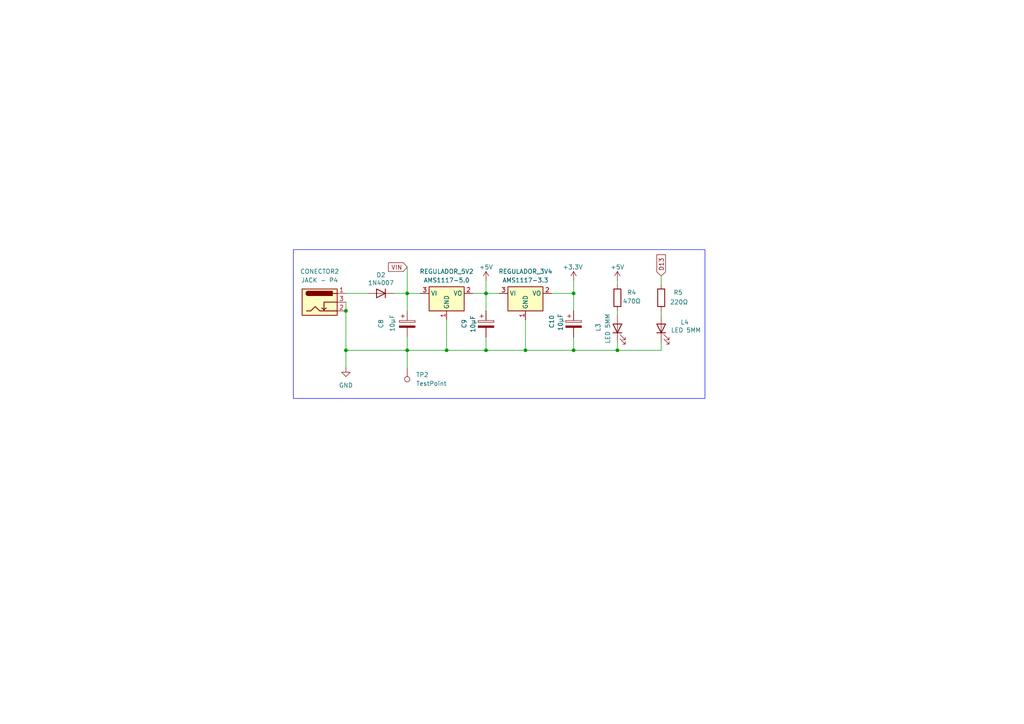
<source format=kicad_sch>
(kicad_sch
	(version 20250114)
	(generator "eeschema")
	(generator_version "9.0")
	(uuid "cd55b5c7-2bfb-4383-ade9-4192316e1986")
	(paper "A4")
	(title_block
		(date "2025-03-03")
	)
	(lib_symbols
		(symbol "Connector:Barrel_Jack_Switch"
			(pin_names
				(hide yes)
			)
			(exclude_from_sim no)
			(in_bom yes)
			(on_board yes)
			(property "Reference" "J"
				(at 0 5.334 0)
				(effects
					(font
						(size 1.27 1.27)
					)
				)
			)
			(property "Value" "Barrel_Jack_Switch"
				(at 0 -5.08 0)
				(effects
					(font
						(size 1.27 1.27)
					)
				)
			)
			(property "Footprint" ""
				(at 1.27 -1.016 0)
				(effects
					(font
						(size 1.27 1.27)
					)
					(hide yes)
				)
			)
			(property "Datasheet" "~"
				(at 1.27 -1.016 0)
				(effects
					(font
						(size 1.27 1.27)
					)
					(hide yes)
				)
			)
			(property "Description" "DC Barrel Jack with an internal switch"
				(at 0 0 0)
				(effects
					(font
						(size 1.27 1.27)
					)
					(hide yes)
				)
			)
			(property "ki_keywords" "DC power barrel jack connector"
				(at 0 0 0)
				(effects
					(font
						(size 1.27 1.27)
					)
					(hide yes)
				)
			)
			(property "ki_fp_filters" "BarrelJack*"
				(at 0 0 0)
				(effects
					(font
						(size 1.27 1.27)
					)
					(hide yes)
				)
			)
			(symbol "Barrel_Jack_Switch_0_1"
				(rectangle
					(start -5.08 3.81)
					(end 5.08 -3.81)
					(stroke
						(width 0.254)
						(type default)
					)
					(fill
						(type background)
					)
				)
				(polyline
					(pts
						(xy -3.81 -2.54) (xy -2.54 -2.54) (xy -1.27 -1.27) (xy 0 -2.54) (xy 2.54 -2.54) (xy 5.08 -2.54)
					)
					(stroke
						(width 0.254)
						(type default)
					)
					(fill
						(type none)
					)
				)
				(arc
					(start -3.302 1.905)
					(mid -3.9343 2.54)
					(end -3.302 3.175)
					(stroke
						(width 0.254)
						(type default)
					)
					(fill
						(type none)
					)
				)
				(arc
					(start -3.302 1.905)
					(mid -3.9343 2.54)
					(end -3.302 3.175)
					(stroke
						(width 0.254)
						(type default)
					)
					(fill
						(type outline)
					)
				)
				(polyline
					(pts
						(xy 1.27 -2.286) (xy 1.905 -1.651)
					)
					(stroke
						(width 0.254)
						(type default)
					)
					(fill
						(type none)
					)
				)
				(rectangle
					(start 3.683 3.175)
					(end -3.302 1.905)
					(stroke
						(width 0.254)
						(type default)
					)
					(fill
						(type outline)
					)
				)
				(polyline
					(pts
						(xy 5.08 2.54) (xy 3.81 2.54)
					)
					(stroke
						(width 0.254)
						(type default)
					)
					(fill
						(type none)
					)
				)
				(polyline
					(pts
						(xy 5.08 0) (xy 1.27 0) (xy 1.27 -2.286) (xy 0.635 -1.651)
					)
					(stroke
						(width 0.254)
						(type default)
					)
					(fill
						(type none)
					)
				)
			)
			(symbol "Barrel_Jack_Switch_1_1"
				(pin passive line
					(at 7.62 2.54 180)
					(length 2.54)
					(name "~"
						(effects
							(font
								(size 1.27 1.27)
							)
						)
					)
					(number "1"
						(effects
							(font
								(size 1.27 1.27)
							)
						)
					)
				)
				(pin passive line
					(at 7.62 0 180)
					(length 2.54)
					(name "~"
						(effects
							(font
								(size 1.27 1.27)
							)
						)
					)
					(number "3"
						(effects
							(font
								(size 1.27 1.27)
							)
						)
					)
				)
				(pin passive line
					(at 7.62 -2.54 180)
					(length 2.54)
					(name "~"
						(effects
							(font
								(size 1.27 1.27)
							)
						)
					)
					(number "2"
						(effects
							(font
								(size 1.27 1.27)
							)
						)
					)
				)
			)
			(embedded_fonts no)
		)
		(symbol "Connector:TestPoint"
			(pin_numbers
				(hide yes)
			)
			(pin_names
				(offset 0.762)
				(hide yes)
			)
			(exclude_from_sim no)
			(in_bom yes)
			(on_board yes)
			(property "Reference" "TP"
				(at 0 6.858 0)
				(effects
					(font
						(size 1.27 1.27)
					)
				)
			)
			(property "Value" "TestPoint"
				(at 0 5.08 0)
				(effects
					(font
						(size 1.27 1.27)
					)
				)
			)
			(property "Footprint" ""
				(at 5.08 0 0)
				(effects
					(font
						(size 1.27 1.27)
					)
					(hide yes)
				)
			)
			(property "Datasheet" "~"
				(at 5.08 0 0)
				(effects
					(font
						(size 1.27 1.27)
					)
					(hide yes)
				)
			)
			(property "Description" "test point"
				(at 0 0 0)
				(effects
					(font
						(size 1.27 1.27)
					)
					(hide yes)
				)
			)
			(property "ki_keywords" "test point tp"
				(at 0 0 0)
				(effects
					(font
						(size 1.27 1.27)
					)
					(hide yes)
				)
			)
			(property "ki_fp_filters" "Pin* Test*"
				(at 0 0 0)
				(effects
					(font
						(size 1.27 1.27)
					)
					(hide yes)
				)
			)
			(symbol "TestPoint_0_1"
				(circle
					(center 0 3.302)
					(radius 0.762)
					(stroke
						(width 0)
						(type default)
					)
					(fill
						(type none)
					)
				)
			)
			(symbol "TestPoint_1_1"
				(pin passive line
					(at 0 0 90)
					(length 2.54)
					(name "1"
						(effects
							(font
								(size 1.27 1.27)
							)
						)
					)
					(number "1"
						(effects
							(font
								(size 1.27 1.27)
							)
						)
					)
				)
			)
			(embedded_fonts no)
		)
		(symbol "Device:C_Polarized"
			(pin_numbers
				(hide yes)
			)
			(pin_names
				(offset 0.254)
			)
			(exclude_from_sim no)
			(in_bom yes)
			(on_board yes)
			(property "Reference" "C"
				(at 0.635 2.54 0)
				(effects
					(font
						(size 1.27 1.27)
					)
					(justify left)
				)
			)
			(property "Value" "C_Polarized"
				(at 0.635 -2.54 0)
				(effects
					(font
						(size 1.27 1.27)
					)
					(justify left)
				)
			)
			(property "Footprint" ""
				(at 0.9652 -3.81 0)
				(effects
					(font
						(size 1.27 1.27)
					)
					(hide yes)
				)
			)
			(property "Datasheet" "~"
				(at 0 0 0)
				(effects
					(font
						(size 1.27 1.27)
					)
					(hide yes)
				)
			)
			(property "Description" "Polarized capacitor"
				(at 0 0 0)
				(effects
					(font
						(size 1.27 1.27)
					)
					(hide yes)
				)
			)
			(property "ki_keywords" "cap capacitor"
				(at 0 0 0)
				(effects
					(font
						(size 1.27 1.27)
					)
					(hide yes)
				)
			)
			(property "ki_fp_filters" "CP_*"
				(at 0 0 0)
				(effects
					(font
						(size 1.27 1.27)
					)
					(hide yes)
				)
			)
			(symbol "C_Polarized_0_1"
				(rectangle
					(start -2.286 0.508)
					(end 2.286 1.016)
					(stroke
						(width 0)
						(type default)
					)
					(fill
						(type none)
					)
				)
				(polyline
					(pts
						(xy -1.778 2.286) (xy -0.762 2.286)
					)
					(stroke
						(width 0)
						(type default)
					)
					(fill
						(type none)
					)
				)
				(polyline
					(pts
						(xy -1.27 2.794) (xy -1.27 1.778)
					)
					(stroke
						(width 0)
						(type default)
					)
					(fill
						(type none)
					)
				)
				(rectangle
					(start 2.286 -0.508)
					(end -2.286 -1.016)
					(stroke
						(width 0)
						(type default)
					)
					(fill
						(type outline)
					)
				)
			)
			(symbol "C_Polarized_1_1"
				(pin passive line
					(at 0 3.81 270)
					(length 2.794)
					(name "~"
						(effects
							(font
								(size 1.27 1.27)
							)
						)
					)
					(number "1"
						(effects
							(font
								(size 1.27 1.27)
							)
						)
					)
				)
				(pin passive line
					(at 0 -3.81 90)
					(length 2.794)
					(name "~"
						(effects
							(font
								(size 1.27 1.27)
							)
						)
					)
					(number "2"
						(effects
							(font
								(size 1.27 1.27)
							)
						)
					)
				)
			)
			(embedded_fonts no)
		)
		(symbol "Device:LED"
			(pin_numbers
				(hide yes)
			)
			(pin_names
				(offset 1.016)
				(hide yes)
			)
			(exclude_from_sim no)
			(in_bom yes)
			(on_board yes)
			(property "Reference" "D"
				(at 0 2.54 0)
				(effects
					(font
						(size 1.27 1.27)
					)
				)
			)
			(property "Value" "LED"
				(at 0 -2.54 0)
				(effects
					(font
						(size 1.27 1.27)
					)
				)
			)
			(property "Footprint" ""
				(at 0 0 0)
				(effects
					(font
						(size 1.27 1.27)
					)
					(hide yes)
				)
			)
			(property "Datasheet" "~"
				(at 0 0 0)
				(effects
					(font
						(size 1.27 1.27)
					)
					(hide yes)
				)
			)
			(property "Description" "Light emitting diode"
				(at 0 0 0)
				(effects
					(font
						(size 1.27 1.27)
					)
					(hide yes)
				)
			)
			(property "Sim.Pins" "1=K 2=A"
				(at 0 0 0)
				(effects
					(font
						(size 1.27 1.27)
					)
					(hide yes)
				)
			)
			(property "ki_keywords" "LED diode"
				(at 0 0 0)
				(effects
					(font
						(size 1.27 1.27)
					)
					(hide yes)
				)
			)
			(property "ki_fp_filters" "LED* LED_SMD:* LED_THT:*"
				(at 0 0 0)
				(effects
					(font
						(size 1.27 1.27)
					)
					(hide yes)
				)
			)
			(symbol "LED_0_1"
				(polyline
					(pts
						(xy -3.048 -0.762) (xy -4.572 -2.286) (xy -3.81 -2.286) (xy -4.572 -2.286) (xy -4.572 -1.524)
					)
					(stroke
						(width 0)
						(type default)
					)
					(fill
						(type none)
					)
				)
				(polyline
					(pts
						(xy -1.778 -0.762) (xy -3.302 -2.286) (xy -2.54 -2.286) (xy -3.302 -2.286) (xy -3.302 -1.524)
					)
					(stroke
						(width 0)
						(type default)
					)
					(fill
						(type none)
					)
				)
				(polyline
					(pts
						(xy -1.27 0) (xy 1.27 0)
					)
					(stroke
						(width 0)
						(type default)
					)
					(fill
						(type none)
					)
				)
				(polyline
					(pts
						(xy -1.27 -1.27) (xy -1.27 1.27)
					)
					(stroke
						(width 0.254)
						(type default)
					)
					(fill
						(type none)
					)
				)
				(polyline
					(pts
						(xy 1.27 -1.27) (xy 1.27 1.27) (xy -1.27 0) (xy 1.27 -1.27)
					)
					(stroke
						(width 0.254)
						(type default)
					)
					(fill
						(type none)
					)
				)
			)
			(symbol "LED_1_1"
				(pin passive line
					(at -3.81 0 0)
					(length 2.54)
					(name "K"
						(effects
							(font
								(size 1.27 1.27)
							)
						)
					)
					(number "1"
						(effects
							(font
								(size 1.27 1.27)
							)
						)
					)
				)
				(pin passive line
					(at 3.81 0 180)
					(length 2.54)
					(name "A"
						(effects
							(font
								(size 1.27 1.27)
							)
						)
					)
					(number "2"
						(effects
							(font
								(size 1.27 1.27)
							)
						)
					)
				)
			)
			(embedded_fonts no)
		)
		(symbol "Device:R"
			(pin_numbers
				(hide yes)
			)
			(pin_names
				(offset 0)
			)
			(exclude_from_sim no)
			(in_bom yes)
			(on_board yes)
			(property "Reference" "R"
				(at 2.032 0 90)
				(effects
					(font
						(size 1.27 1.27)
					)
				)
			)
			(property "Value" "R"
				(at 0 0 90)
				(effects
					(font
						(size 1.27 1.27)
					)
				)
			)
			(property "Footprint" ""
				(at -1.778 0 90)
				(effects
					(font
						(size 1.27 1.27)
					)
					(hide yes)
				)
			)
			(property "Datasheet" "~"
				(at 0 0 0)
				(effects
					(font
						(size 1.27 1.27)
					)
					(hide yes)
				)
			)
			(property "Description" "Resistor"
				(at 0 0 0)
				(effects
					(font
						(size 1.27 1.27)
					)
					(hide yes)
				)
			)
			(property "ki_keywords" "R res resistor"
				(at 0 0 0)
				(effects
					(font
						(size 1.27 1.27)
					)
					(hide yes)
				)
			)
			(property "ki_fp_filters" "R_*"
				(at 0 0 0)
				(effects
					(font
						(size 1.27 1.27)
					)
					(hide yes)
				)
			)
			(symbol "R_0_1"
				(rectangle
					(start -1.016 -2.54)
					(end 1.016 2.54)
					(stroke
						(width 0.254)
						(type default)
					)
					(fill
						(type none)
					)
				)
			)
			(symbol "R_1_1"
				(pin passive line
					(at 0 3.81 270)
					(length 1.27)
					(name "~"
						(effects
							(font
								(size 1.27 1.27)
							)
						)
					)
					(number "1"
						(effects
							(font
								(size 1.27 1.27)
							)
						)
					)
				)
				(pin passive line
					(at 0 -3.81 90)
					(length 1.27)
					(name "~"
						(effects
							(font
								(size 1.27 1.27)
							)
						)
					)
					(number "2"
						(effects
							(font
								(size 1.27 1.27)
							)
						)
					)
				)
			)
			(embedded_fonts no)
		)
		(symbol "Diode:1N4007"
			(pin_numbers
				(hide yes)
			)
			(pin_names
				(hide yes)
			)
			(exclude_from_sim no)
			(in_bom yes)
			(on_board yes)
			(property "Reference" "D"
				(at 0 2.54 0)
				(effects
					(font
						(size 1.27 1.27)
					)
				)
			)
			(property "Value" "1N4007"
				(at 0 -2.54 0)
				(effects
					(font
						(size 1.27 1.27)
					)
				)
			)
			(property "Footprint" "Diode_THT:D_DO-41_SOD81_P10.16mm_Horizontal"
				(at 0 -4.445 0)
				(effects
					(font
						(size 1.27 1.27)
					)
					(hide yes)
				)
			)
			(property "Datasheet" "http://www.vishay.com/docs/88503/1n4001.pdf"
				(at 0 0 0)
				(effects
					(font
						(size 1.27 1.27)
					)
					(hide yes)
				)
			)
			(property "Description" "1000V 1A General Purpose Rectifier Diode, DO-41"
				(at 0 0 0)
				(effects
					(font
						(size 1.27 1.27)
					)
					(hide yes)
				)
			)
			(property "Sim.Device" "D"
				(at 0 0 0)
				(effects
					(font
						(size 1.27 1.27)
					)
					(hide yes)
				)
			)
			(property "Sim.Pins" "1=K 2=A"
				(at 0 0 0)
				(effects
					(font
						(size 1.27 1.27)
					)
					(hide yes)
				)
			)
			(property "ki_keywords" "diode"
				(at 0 0 0)
				(effects
					(font
						(size 1.27 1.27)
					)
					(hide yes)
				)
			)
			(property "ki_fp_filters" "D*DO?41*"
				(at 0 0 0)
				(effects
					(font
						(size 1.27 1.27)
					)
					(hide yes)
				)
			)
			(symbol "1N4007_0_1"
				(polyline
					(pts
						(xy -1.27 1.27) (xy -1.27 -1.27)
					)
					(stroke
						(width 0.254)
						(type default)
					)
					(fill
						(type none)
					)
				)
				(polyline
					(pts
						(xy 1.27 1.27) (xy 1.27 -1.27) (xy -1.27 0) (xy 1.27 1.27)
					)
					(stroke
						(width 0.254)
						(type default)
					)
					(fill
						(type none)
					)
				)
				(polyline
					(pts
						(xy 1.27 0) (xy -1.27 0)
					)
					(stroke
						(width 0)
						(type default)
					)
					(fill
						(type none)
					)
				)
			)
			(symbol "1N4007_1_1"
				(pin passive line
					(at -3.81 0 0)
					(length 2.54)
					(name "K"
						(effects
							(font
								(size 1.27 1.27)
							)
						)
					)
					(number "1"
						(effects
							(font
								(size 1.27 1.27)
							)
						)
					)
				)
				(pin passive line
					(at 3.81 0 180)
					(length 2.54)
					(name "A"
						(effects
							(font
								(size 1.27 1.27)
							)
						)
					)
					(number "2"
						(effects
							(font
								(size 1.27 1.27)
							)
						)
					)
				)
			)
			(embedded_fonts no)
		)
		(symbol "Regulator_Linear:AMS1117-3.3"
			(exclude_from_sim no)
			(in_bom yes)
			(on_board yes)
			(property "Reference" "U"
				(at -3.81 3.175 0)
				(effects
					(font
						(size 1.27 1.27)
					)
				)
			)
			(property "Value" "AMS1117-3.3"
				(at 0 3.175 0)
				(effects
					(font
						(size 1.27 1.27)
					)
					(justify left)
				)
			)
			(property "Footprint" "Package_TO_SOT_SMD:SOT-223-3_TabPin2"
				(at 0 5.08 0)
				(effects
					(font
						(size 1.27 1.27)
					)
					(hide yes)
				)
			)
			(property "Datasheet" "http://www.advanced-monolithic.com/pdf/ds1117.pdf"
				(at 2.54 -6.35 0)
				(effects
					(font
						(size 1.27 1.27)
					)
					(hide yes)
				)
			)
			(property "Description" "1A Low Dropout regulator, positive, 3.3V fixed output, SOT-223"
				(at 0 0 0)
				(effects
					(font
						(size 1.27 1.27)
					)
					(hide yes)
				)
			)
			(property "ki_keywords" "linear regulator ldo fixed positive"
				(at 0 0 0)
				(effects
					(font
						(size 1.27 1.27)
					)
					(hide yes)
				)
			)
			(property "ki_fp_filters" "SOT?223*TabPin2*"
				(at 0 0 0)
				(effects
					(font
						(size 1.27 1.27)
					)
					(hide yes)
				)
			)
			(symbol "AMS1117-3.3_0_1"
				(rectangle
					(start -5.08 -5.08)
					(end 5.08 1.905)
					(stroke
						(width 0.254)
						(type default)
					)
					(fill
						(type background)
					)
				)
			)
			(symbol "AMS1117-3.3_1_1"
				(pin power_in line
					(at -7.62 0 0)
					(length 2.54)
					(name "VI"
						(effects
							(font
								(size 1.27 1.27)
							)
						)
					)
					(number "3"
						(effects
							(font
								(size 1.27 1.27)
							)
						)
					)
				)
				(pin power_in line
					(at 0 -7.62 90)
					(length 2.54)
					(name "GND"
						(effects
							(font
								(size 1.27 1.27)
							)
						)
					)
					(number "1"
						(effects
							(font
								(size 1.27 1.27)
							)
						)
					)
				)
				(pin power_out line
					(at 7.62 0 180)
					(length 2.54)
					(name "VO"
						(effects
							(font
								(size 1.27 1.27)
							)
						)
					)
					(number "2"
						(effects
							(font
								(size 1.27 1.27)
							)
						)
					)
				)
			)
			(embedded_fonts no)
		)
		(symbol "Regulator_Linear:AMS1117-5.0"
			(exclude_from_sim no)
			(in_bom yes)
			(on_board yes)
			(property "Reference" "U"
				(at -3.81 3.175 0)
				(effects
					(font
						(size 1.27 1.27)
					)
				)
			)
			(property "Value" "AMS1117-5.0"
				(at 0 3.175 0)
				(effects
					(font
						(size 1.27 1.27)
					)
					(justify left)
				)
			)
			(property "Footprint" "Package_TO_SOT_SMD:SOT-223-3_TabPin2"
				(at 0 5.08 0)
				(effects
					(font
						(size 1.27 1.27)
					)
					(hide yes)
				)
			)
			(property "Datasheet" "http://www.advanced-monolithic.com/pdf/ds1117.pdf"
				(at 2.54 -6.35 0)
				(effects
					(font
						(size 1.27 1.27)
					)
					(hide yes)
				)
			)
			(property "Description" "1A Low Dropout regulator, positive, 5.0V fixed output, SOT-223"
				(at 0 0 0)
				(effects
					(font
						(size 1.27 1.27)
					)
					(hide yes)
				)
			)
			(property "ki_keywords" "linear regulator ldo fixed positive"
				(at 0 0 0)
				(effects
					(font
						(size 1.27 1.27)
					)
					(hide yes)
				)
			)
			(property "ki_fp_filters" "SOT?223*TabPin2*"
				(at 0 0 0)
				(effects
					(font
						(size 1.27 1.27)
					)
					(hide yes)
				)
			)
			(symbol "AMS1117-5.0_0_1"
				(rectangle
					(start -5.08 -5.08)
					(end 5.08 1.905)
					(stroke
						(width 0.254)
						(type default)
					)
					(fill
						(type background)
					)
				)
			)
			(symbol "AMS1117-5.0_1_1"
				(pin power_in line
					(at -7.62 0 0)
					(length 2.54)
					(name "VI"
						(effects
							(font
								(size 1.27 1.27)
							)
						)
					)
					(number "3"
						(effects
							(font
								(size 1.27 1.27)
							)
						)
					)
				)
				(pin power_in line
					(at 0 -7.62 90)
					(length 2.54)
					(name "GND"
						(effects
							(font
								(size 1.27 1.27)
							)
						)
					)
					(number "1"
						(effects
							(font
								(size 1.27 1.27)
							)
						)
					)
				)
				(pin power_out line
					(at 7.62 0 180)
					(length 2.54)
					(name "VO"
						(effects
							(font
								(size 1.27 1.27)
							)
						)
					)
					(number "2"
						(effects
							(font
								(size 1.27 1.27)
							)
						)
					)
				)
			)
			(embedded_fonts no)
		)
		(symbol "power:+3.3V"
			(power)
			(pin_numbers
				(hide yes)
			)
			(pin_names
				(offset 0)
				(hide yes)
			)
			(exclude_from_sim no)
			(in_bom yes)
			(on_board yes)
			(property "Reference" "#PWR"
				(at 0 -3.81 0)
				(effects
					(font
						(size 1.27 1.27)
					)
					(hide yes)
				)
			)
			(property "Value" "+3.3V"
				(at 0 3.556 0)
				(effects
					(font
						(size 1.27 1.27)
					)
				)
			)
			(property "Footprint" ""
				(at 0 0 0)
				(effects
					(font
						(size 1.27 1.27)
					)
					(hide yes)
				)
			)
			(property "Datasheet" ""
				(at 0 0 0)
				(effects
					(font
						(size 1.27 1.27)
					)
					(hide yes)
				)
			)
			(property "Description" "Power symbol creates a global label with name \"+3.3V\""
				(at 0 0 0)
				(effects
					(font
						(size 1.27 1.27)
					)
					(hide yes)
				)
			)
			(property "ki_keywords" "global power"
				(at 0 0 0)
				(effects
					(font
						(size 1.27 1.27)
					)
					(hide yes)
				)
			)
			(symbol "+3.3V_0_1"
				(polyline
					(pts
						(xy -0.762 1.27) (xy 0 2.54)
					)
					(stroke
						(width 0)
						(type default)
					)
					(fill
						(type none)
					)
				)
				(polyline
					(pts
						(xy 0 2.54) (xy 0.762 1.27)
					)
					(stroke
						(width 0)
						(type default)
					)
					(fill
						(type none)
					)
				)
				(polyline
					(pts
						(xy 0 0) (xy 0 2.54)
					)
					(stroke
						(width 0)
						(type default)
					)
					(fill
						(type none)
					)
				)
			)
			(symbol "+3.3V_1_1"
				(pin power_in line
					(at 0 0 90)
					(length 0)
					(name "~"
						(effects
							(font
								(size 1.27 1.27)
							)
						)
					)
					(number "1"
						(effects
							(font
								(size 1.27 1.27)
							)
						)
					)
				)
			)
			(embedded_fonts no)
		)
		(symbol "power:+5V"
			(power)
			(pin_numbers
				(hide yes)
			)
			(pin_names
				(offset 0)
				(hide yes)
			)
			(exclude_from_sim no)
			(in_bom yes)
			(on_board yes)
			(property "Reference" "#PWR"
				(at 0 -3.81 0)
				(effects
					(font
						(size 1.27 1.27)
					)
					(hide yes)
				)
			)
			(property "Value" "+5V"
				(at 0 3.556 0)
				(effects
					(font
						(size 1.27 1.27)
					)
				)
			)
			(property "Footprint" ""
				(at 0 0 0)
				(effects
					(font
						(size 1.27 1.27)
					)
					(hide yes)
				)
			)
			(property "Datasheet" ""
				(at 0 0 0)
				(effects
					(font
						(size 1.27 1.27)
					)
					(hide yes)
				)
			)
			(property "Description" "Power symbol creates a global label with name \"+5V\""
				(at 0 0 0)
				(effects
					(font
						(size 1.27 1.27)
					)
					(hide yes)
				)
			)
			(property "ki_keywords" "global power"
				(at 0 0 0)
				(effects
					(font
						(size 1.27 1.27)
					)
					(hide yes)
				)
			)
			(symbol "+5V_0_1"
				(polyline
					(pts
						(xy -0.762 1.27) (xy 0 2.54)
					)
					(stroke
						(width 0)
						(type default)
					)
					(fill
						(type none)
					)
				)
				(polyline
					(pts
						(xy 0 2.54) (xy 0.762 1.27)
					)
					(stroke
						(width 0)
						(type default)
					)
					(fill
						(type none)
					)
				)
				(polyline
					(pts
						(xy 0 0) (xy 0 2.54)
					)
					(stroke
						(width 0)
						(type default)
					)
					(fill
						(type none)
					)
				)
			)
			(symbol "+5V_1_1"
				(pin power_in line
					(at 0 0 90)
					(length 0)
					(name "~"
						(effects
							(font
								(size 1.27 1.27)
							)
						)
					)
					(number "1"
						(effects
							(font
								(size 1.27 1.27)
							)
						)
					)
				)
			)
			(embedded_fonts no)
		)
		(symbol "power:GND"
			(power)
			(pin_numbers
				(hide yes)
			)
			(pin_names
				(offset 0)
				(hide yes)
			)
			(exclude_from_sim no)
			(in_bom yes)
			(on_board yes)
			(property "Reference" "#PWR"
				(at 0 -6.35 0)
				(effects
					(font
						(size 1.27 1.27)
					)
					(hide yes)
				)
			)
			(property "Value" "GND"
				(at 0 -3.81 0)
				(effects
					(font
						(size 1.27 1.27)
					)
				)
			)
			(property "Footprint" ""
				(at 0 0 0)
				(effects
					(font
						(size 1.27 1.27)
					)
					(hide yes)
				)
			)
			(property "Datasheet" ""
				(at 0 0 0)
				(effects
					(font
						(size 1.27 1.27)
					)
					(hide yes)
				)
			)
			(property "Description" "Power symbol creates a global label with name \"GND\" , ground"
				(at 0 0 0)
				(effects
					(font
						(size 1.27 1.27)
					)
					(hide yes)
				)
			)
			(property "ki_keywords" "global power"
				(at 0 0 0)
				(effects
					(font
						(size 1.27 1.27)
					)
					(hide yes)
				)
			)
			(symbol "GND_0_1"
				(polyline
					(pts
						(xy 0 0) (xy 0 -1.27) (xy 1.27 -1.27) (xy 0 -2.54) (xy -1.27 -1.27) (xy 0 -1.27)
					)
					(stroke
						(width 0)
						(type default)
					)
					(fill
						(type none)
					)
				)
			)
			(symbol "GND_1_1"
				(pin power_in line
					(at 0 0 270)
					(length 0)
					(name "~"
						(effects
							(font
								(size 1.27 1.27)
							)
						)
					)
					(number "1"
						(effects
							(font
								(size 1.27 1.27)
							)
						)
					)
				)
			)
			(embedded_fonts no)
		)
	)
	(junction
		(at 166.37 101.6)
		(diameter 0)
		(color 0 0 0 0)
		(uuid "25c35742-ef0b-42ea-b92a-b8e91f25c2cd")
	)
	(junction
		(at 152.4 101.6)
		(diameter 0)
		(color 0 0 0 0)
		(uuid "5088eb86-0bd1-41b0-9466-8f58614fff6e")
	)
	(junction
		(at 179.07 101.6)
		(diameter 0)
		(color 0 0 0 0)
		(uuid "535c3659-2e4c-4d08-a4d3-be4b18824204")
	)
	(junction
		(at 118.11 85.09)
		(diameter 0)
		(color 0 0 0 0)
		(uuid "5cf90b22-40e7-4637-870b-60c87540d62e")
	)
	(junction
		(at 118.11 101.6)
		(diameter 0)
		(color 0 0 0 0)
		(uuid "8da41bb1-2d54-4145-a4c6-3d6d269d11d4")
	)
	(junction
		(at 140.97 85.09)
		(diameter 0)
		(color 0 0 0 0)
		(uuid "9921865e-f838-4521-ad2a-42c101de1b62")
	)
	(junction
		(at 100.33 101.6)
		(diameter 0)
		(color 0 0 0 0)
		(uuid "99b9aede-b143-49bd-abd4-37af29becd08")
	)
	(junction
		(at 100.33 90.17)
		(diameter 0)
		(color 0 0 0 0)
		(uuid "a84a7111-a298-450d-b5f3-f69906d8fec5")
	)
	(junction
		(at 140.97 101.6)
		(diameter 0)
		(color 0 0 0 0)
		(uuid "aa6d0aba-750d-4cbb-b912-145e1006f148")
	)
	(junction
		(at 129.54 101.6)
		(diameter 0)
		(color 0 0 0 0)
		(uuid "ec7aacd9-4b4c-4265-b333-dc0622583056")
	)
	(junction
		(at 166.37 85.09)
		(diameter 0)
		(color 0 0 0 0)
		(uuid "f2508760-4e92-43f1-870a-1008e76f1a18")
	)
	(wire
		(pts
			(xy 100.33 106.68) (xy 100.33 101.6)
		)
		(stroke
			(width 0)
			(type default)
		)
		(uuid "099c2f04-b559-4f00-8a9e-f58eb90d6c9d")
	)
	(wire
		(pts
			(xy 140.97 85.09) (xy 140.97 90.17)
		)
		(stroke
			(width 0)
			(type default)
		)
		(uuid "0d36bd66-02c3-41e7-999b-12a42f7e8828")
	)
	(wire
		(pts
			(xy 140.97 97.79) (xy 140.97 101.6)
		)
		(stroke
			(width 0)
			(type default)
		)
		(uuid "0f5c7bfc-da90-4888-87e7-c994b0842dac")
	)
	(wire
		(pts
			(xy 152.4 101.6) (xy 166.37 101.6)
		)
		(stroke
			(width 0)
			(type default)
		)
		(uuid "151232fd-b924-4733-94ea-a795acad9f15")
	)
	(wire
		(pts
			(xy 160.02 85.09) (xy 166.37 85.09)
		)
		(stroke
			(width 0)
			(type default)
		)
		(uuid "1fa779e0-3cd6-4fc7-9813-a673a29814d8")
	)
	(wire
		(pts
			(xy 118.11 101.6) (xy 129.54 101.6)
		)
		(stroke
			(width 0)
			(type default)
		)
		(uuid "2a45490b-7d36-40ac-aabf-81868ff60aaa")
	)
	(wire
		(pts
			(xy 118.11 101.6) (xy 118.11 106.68)
		)
		(stroke
			(width 0)
			(type default)
		)
		(uuid "374579a0-0aa1-4f4f-891b-6e9c5837a4d5")
	)
	(wire
		(pts
			(xy 118.11 97.79) (xy 118.11 101.6)
		)
		(stroke
			(width 0)
			(type default)
		)
		(uuid "43455e08-ae24-444f-b094-28b1720060c6")
	)
	(wire
		(pts
			(xy 100.33 85.09) (xy 106.68 85.09)
		)
		(stroke
			(width 0)
			(type default)
		)
		(uuid "4cad5bbc-77fa-49b3-81a0-aebb60a09007")
	)
	(wire
		(pts
			(xy 140.97 81.28) (xy 140.97 85.09)
		)
		(stroke
			(width 0)
			(type default)
		)
		(uuid "4cc6c730-a4af-405f-80e7-ec37845ad723")
	)
	(wire
		(pts
			(xy 118.11 85.09) (xy 118.11 90.17)
		)
		(stroke
			(width 0)
			(type default)
		)
		(uuid "52b85020-4f4e-4294-9069-dea03d07d656")
	)
	(wire
		(pts
			(xy 166.37 85.09) (xy 166.37 90.17)
		)
		(stroke
			(width 0)
			(type default)
		)
		(uuid "52c560ec-72c8-48de-b405-9495ebf3a07a")
	)
	(wire
		(pts
			(xy 129.54 101.6) (xy 140.97 101.6)
		)
		(stroke
			(width 0)
			(type default)
		)
		(uuid "5416a157-a840-4ae7-8f10-9d0f97a4e364")
	)
	(wire
		(pts
			(xy 100.33 90.17) (xy 100.33 101.6)
		)
		(stroke
			(width 0)
			(type default)
		)
		(uuid "6342c169-bd60-4abc-b00d-ed97f683635f")
	)
	(wire
		(pts
			(xy 166.37 101.6) (xy 179.07 101.6)
		)
		(stroke
			(width 0)
			(type default)
		)
		(uuid "6888cc23-0ada-44d3-9faf-d4719999f414")
	)
	(wire
		(pts
			(xy 118.11 77.47) (xy 118.11 85.09)
		)
		(stroke
			(width 0)
			(type default)
		)
		(uuid "6ab3c2b9-d4c6-4796-9d06-d9406ed8f1d7")
	)
	(wire
		(pts
			(xy 100.33 101.6) (xy 118.11 101.6)
		)
		(stroke
			(width 0)
			(type default)
		)
		(uuid "6adb4114-4230-467c-9a55-5d19f579c5a6")
	)
	(wire
		(pts
			(xy 179.07 101.6) (xy 191.77 101.6)
		)
		(stroke
			(width 0)
			(type default)
		)
		(uuid "6b1c46df-3b2a-40fc-b1af-1751739fd6fe")
	)
	(wire
		(pts
			(xy 166.37 101.6) (xy 166.37 97.79)
		)
		(stroke
			(width 0)
			(type default)
		)
		(uuid "72f04962-931f-4dc4-8a4c-0cbfe1335048")
	)
	(wire
		(pts
			(xy 140.97 85.09) (xy 144.78 85.09)
		)
		(stroke
			(width 0)
			(type default)
		)
		(uuid "74e98f32-d832-426e-8047-2d6e0dfbe347")
	)
	(wire
		(pts
			(xy 118.11 85.09) (xy 121.92 85.09)
		)
		(stroke
			(width 0)
			(type default)
		)
		(uuid "7be28a04-0b5a-4ba7-9279-96f709d7461e")
	)
	(wire
		(pts
			(xy 191.77 90.17) (xy 191.77 91.44)
		)
		(stroke
			(width 0)
			(type default)
		)
		(uuid "7dec2759-ea09-42e6-bb1b-10a6d08df214")
	)
	(wire
		(pts
			(xy 129.54 92.71) (xy 129.54 101.6)
		)
		(stroke
			(width 0)
			(type default)
		)
		(uuid "915ecbe8-8cef-407a-a15f-92546754f882")
	)
	(wire
		(pts
			(xy 179.07 81.28) (xy 179.07 82.55)
		)
		(stroke
			(width 0)
			(type default)
		)
		(uuid "95776147-e7e1-4360-944c-40d5a8046311")
	)
	(wire
		(pts
			(xy 100.33 87.63) (xy 100.33 90.17)
		)
		(stroke
			(width 0)
			(type default)
		)
		(uuid "9b1b46da-c10f-402d-ae86-ecec749d9770")
	)
	(wire
		(pts
			(xy 191.77 101.6) (xy 191.77 99.06)
		)
		(stroke
			(width 0)
			(type default)
		)
		(uuid "a1643948-eea9-4b58-82ec-61c1c8bd38e9")
	)
	(wire
		(pts
			(xy 137.16 85.09) (xy 140.97 85.09)
		)
		(stroke
			(width 0)
			(type default)
		)
		(uuid "a21c7323-8795-4936-b4fd-df8335a4f356")
	)
	(wire
		(pts
			(xy 114.3 85.09) (xy 118.11 85.09)
		)
		(stroke
			(width 0)
			(type default)
		)
		(uuid "aa8ed8ec-3700-4442-99cd-38f0d2dd7765")
	)
	(wire
		(pts
			(xy 191.77 80.01) (xy 191.77 82.55)
		)
		(stroke
			(width 0)
			(type default)
		)
		(uuid "b8d4e0ca-985f-4ae2-ae79-369f86009808")
	)
	(wire
		(pts
			(xy 140.97 101.6) (xy 152.4 101.6)
		)
		(stroke
			(width 0)
			(type default)
		)
		(uuid "bcd0f30c-4b41-4796-9745-98c184bbc626")
	)
	(wire
		(pts
			(xy 166.37 81.28) (xy 166.37 85.09)
		)
		(stroke
			(width 0)
			(type default)
		)
		(uuid "d85a5290-2465-4bca-b280-fcaedc868018")
	)
	(wire
		(pts
			(xy 179.07 99.06) (xy 179.07 101.6)
		)
		(stroke
			(width 0)
			(type default)
		)
		(uuid "e4acb759-eaa9-43d9-a39e-11ad8527ec8c")
	)
	(wire
		(pts
			(xy 179.07 90.17) (xy 179.07 91.44)
		)
		(stroke
			(width 0)
			(type default)
		)
		(uuid "e6306d21-d0fa-48ad-b20b-b2d343d32d9a")
	)
	(wire
		(pts
			(xy 152.4 92.71) (xy 152.4 101.6)
		)
		(stroke
			(width 0)
			(type default)
		)
		(uuid "f6c56f45-e8b8-4ce7-b0bc-c63c5348efae")
	)
	(global_label "VIN"
		(shape input)
		(at 118.11 77.47 180)
		(fields_autoplaced yes)
		(effects
			(font
				(size 1.27 1.27)
			)
			(justify right)
		)
		(uuid "2ba3527f-42c2-4c14-80c0-391e68897770")
		(property "Intersheetrefs" "${INTERSHEET_REFS}"
			(at 112.7551 77.47 0)
			(effects
				(font
					(size 1.27 1.27)
				)
				(justify right)
				(hide yes)
			)
		)
	)
	(global_label "D13"
		(shape input)
		(at 191.77 80.01 90)
		(fields_autoplaced yes)
		(effects
			(font
				(size 1.27 1.27)
			)
			(justify left)
		)
		(uuid "7d85b683-328e-412f-9b4a-782339018c91")
		(property "Intersheetrefs" "${INTERSHEET_REFS}"
			(at 191.77 73.3358 90)
			(effects
				(font
					(size 1.27 1.27)
				)
				(justify left)
				(hide yes)
			)
		)
	)
	(rule_area
		(polyline
			(pts
				(xy 85.09 115.57) (xy 204.47 115.57) (xy 204.47 72.39) (xy 85.09 72.39)
			)
			(stroke
				(width 0)
				(type solid)
				(color 1 0 255 1)
			)
			(fill
				(type none)
			)
			(uuid b4e356f8-0a2b-44d7-8a80-365363789019)
		)
	)
	(symbol
		(lib_id "Device:C_Polarized")
		(at 118.11 93.98 0)
		(unit 1)
		(exclude_from_sim no)
		(in_bom yes)
		(on_board yes)
		(dnp no)
		(uuid "07944d67-8035-4854-a2f5-f20e7519a454")
		(property "Reference" "C8"
			(at 110.49 95.25 90)
			(effects
				(font
					(size 1.27 1.27)
				)
				(justify left)
			)
		)
		(property "Value" "10μF"
			(at 113.792 96.266 90)
			(effects
				(font
					(size 1.27 1.27)
				)
				(justify left)
			)
		)
		(property "Footprint" "Capacitor_THT:CP_Radial_D5.0mm_P2.50mm"
			(at 119.0752 97.79 0)
			(effects
				(font
					(size 1.27 1.27)
				)
				(hide yes)
			)
		)
		(property "Datasheet" "~"
			(at 118.11 93.98 0)
			(effects
				(font
					(size 1.27 1.27)
				)
				(hide yes)
			)
		)
		(property "Description" "Polarized capacitor"
			(at 118.11 93.98 0)
			(effects
				(font
					(size 1.27 1.27)
				)
				(hide yes)
			)
		)
		(pin "1"
			(uuid "bf8a33ba-9b84-443e-bf93-0738a43af972")
		)
		(pin "2"
			(uuid "853f86e7-a1b6-4712-a7c2-dc7131651cad")
		)
		(instances
			(project "ZATINO V2"
				(path "/3e1dc05d-123a-4216-a8b4-913d6210be37/7755532d-e2a6-4da8-8896-630c810f7cac"
					(reference "C8")
					(unit 1)
				)
			)
		)
	)
	(symbol
		(lib_id "Device:LED")
		(at 179.07 95.25 90)
		(unit 1)
		(exclude_from_sim no)
		(in_bom yes)
		(on_board yes)
		(dnp no)
		(uuid "27bbf604-24ad-4edc-b5d5-6bbb7cd12d0b")
		(property "Reference" "L3"
			(at 173.482 93.726 0)
			(effects
				(font
					(size 1.27 1.27)
				)
				(justify right)
			)
		)
		(property "Value" "LED 5MM"
			(at 176.276 90.932 0)
			(effects
				(font
					(size 1.27 1.27)
				)
				(justify right)
			)
		)
		(property "Footprint" "LED_THT:LED_D5.0mm"
			(at 179.07 95.25 0)
			(effects
				(font
					(size 1.27 1.27)
				)
				(hide yes)
			)
		)
		(property "Datasheet" "~"
			(at 179.07 95.25 0)
			(effects
				(font
					(size 1.27 1.27)
				)
				(hide yes)
			)
		)
		(property "Description" "Light emitting diode"
			(at 179.07 95.25 0)
			(effects
				(font
					(size 1.27 1.27)
				)
				(hide yes)
			)
		)
		(property "Sim.Pins" "1=K 2=A"
			(at 179.07 95.25 0)
			(effects
				(font
					(size 1.27 1.27)
				)
				(hide yes)
			)
		)
		(pin "1"
			(uuid "85c86372-128b-419c-b60f-ee3c851d249b")
		)
		(pin "2"
			(uuid "eb5acc04-a75a-4cd0-abde-103642c3e2e6")
		)
		(instances
			(project "ZATINO V2"
				(path "/3e1dc05d-123a-4216-a8b4-913d6210be37/7755532d-e2a6-4da8-8896-630c810f7cac"
					(reference "L3")
					(unit 1)
				)
			)
		)
	)
	(symbol
		(lib_id "Regulator_Linear:AMS1117-3.3")
		(at 152.4 85.09 0)
		(unit 1)
		(exclude_from_sim no)
		(in_bom yes)
		(on_board yes)
		(dnp no)
		(fields_autoplaced yes)
		(uuid "31b316fc-cf2d-4904-a892-2bab71593941")
		(property "Reference" "REGULADOR_3V4"
			(at 152.4 78.74 0)
			(effects
				(font
					(size 1.27 1.27)
				)
			)
		)
		(property "Value" "AMS1117-3.3"
			(at 152.4 81.28 0)
			(effects
				(font
					(size 1.27 1.27)
				)
			)
		)
		(property "Footprint" "Package_TO_SOT_SMD:SOT-223-3_TabPin2"
			(at 152.4 80.01 0)
			(effects
				(font
					(size 1.27 1.27)
				)
				(hide yes)
			)
		)
		(property "Datasheet" "http://www.advanced-monolithic.com/pdf/ds1117.pdf"
			(at 154.94 91.44 0)
			(effects
				(font
					(size 1.27 1.27)
				)
				(hide yes)
			)
		)
		(property "Description" "1A Low Dropout regulator, positive, 3.3V fixed output, SOT-223"
			(at 152.4 85.09 0)
			(effects
				(font
					(size 1.27 1.27)
				)
				(hide yes)
			)
		)
		(pin "3"
			(uuid "0f6efe34-e704-4788-8659-7107b63d7272")
		)
		(pin "1"
			(uuid "a11a67e7-5d51-479e-be7e-e8ec6dcbbb41")
		)
		(pin "2"
			(uuid "9e0f39b5-9e62-4e4a-abb5-49007100ada2")
		)
		(instances
			(project "ZATINO V2"
				(path "/3e1dc05d-123a-4216-a8b4-913d6210be37/7755532d-e2a6-4da8-8896-630c810f7cac"
					(reference "REGULADOR_3V4")
					(unit 1)
				)
			)
		)
	)
	(symbol
		(lib_id "Device:C_Polarized")
		(at 140.97 93.98 0)
		(unit 1)
		(exclude_from_sim no)
		(in_bom yes)
		(on_board yes)
		(dnp no)
		(uuid "4299df3b-10cc-4f06-8e45-a71554378ce2")
		(property "Reference" "C9"
			(at 134.62 95.25 90)
			(effects
				(font
					(size 1.27 1.27)
				)
				(justify left)
			)
		)
		(property "Value" "10μF"
			(at 137.16 96.52 90)
			(effects
				(font
					(size 1.27 1.27)
				)
				(justify left)
			)
		)
		(property "Footprint" "Capacitor_THT:CP_Radial_D5.0mm_P2.50mm"
			(at 141.9352 97.79 0)
			(effects
				(font
					(size 1.27 1.27)
				)
				(hide yes)
			)
		)
		(property "Datasheet" "~"
			(at 140.97 93.98 0)
			(effects
				(font
					(size 1.27 1.27)
				)
				(hide yes)
			)
		)
		(property "Description" "Polarized capacitor"
			(at 140.97 93.98 0)
			(effects
				(font
					(size 1.27 1.27)
				)
				(hide yes)
			)
		)
		(pin "1"
			(uuid "99579134-c5d1-4d95-8a0f-5c649e484129")
		)
		(pin "2"
			(uuid "cebc30b7-01c0-422e-87b1-bdc5d388703c")
		)
		(instances
			(project "ZATINO V2"
				(path "/3e1dc05d-123a-4216-a8b4-913d6210be37/7755532d-e2a6-4da8-8896-630c810f7cac"
					(reference "C9")
					(unit 1)
				)
			)
		)
	)
	(symbol
		(lib_id "Regulator_Linear:AMS1117-5.0")
		(at 129.54 85.09 0)
		(unit 1)
		(exclude_from_sim no)
		(in_bom yes)
		(on_board yes)
		(dnp no)
		(fields_autoplaced yes)
		(uuid "4df13c1f-2829-4fe2-8ced-6d25e21cfcef")
		(property "Reference" "REGULADOR_5V2"
			(at 129.54 78.74 0)
			(effects
				(font
					(size 1.27 1.27)
				)
			)
		)
		(property "Value" "AMS1117-5.0"
			(at 129.54 81.28 0)
			(effects
				(font
					(size 1.27 1.27)
				)
			)
		)
		(property "Footprint" "Package_TO_SOT_SMD:SOT-223-3_TabPin2"
			(at 129.54 80.01 0)
			(effects
				(font
					(size 1.27 1.27)
				)
				(hide yes)
			)
		)
		(property "Datasheet" "http://www.advanced-monolithic.com/pdf/ds1117.pdf"
			(at 132.08 91.44 0)
			(effects
				(font
					(size 1.27 1.27)
				)
				(hide yes)
			)
		)
		(property "Description" "1A Low Dropout regulator, positive, 5.0V fixed output, SOT-223"
			(at 129.54 85.09 0)
			(effects
				(font
					(size 1.27 1.27)
				)
				(hide yes)
			)
		)
		(pin "1"
			(uuid "ce7bd876-ffa7-4006-a363-2384e29cda3c")
		)
		(pin "3"
			(uuid "1fb2d9b8-0341-43b1-af2b-e62a72e657b2")
		)
		(pin "2"
			(uuid "94f9bf47-13fd-4adb-b0d1-9b54a39eaf32")
		)
		(instances
			(project "ZATINO V2"
				(path "/3e1dc05d-123a-4216-a8b4-913d6210be37/7755532d-e2a6-4da8-8896-630c810f7cac"
					(reference "REGULADOR_5V2")
					(unit 1)
				)
			)
		)
	)
	(symbol
		(lib_id "Device:R")
		(at 191.77 86.36 0)
		(unit 1)
		(exclude_from_sim no)
		(in_bom yes)
		(on_board yes)
		(dnp no)
		(uuid "5b3d81b9-65e2-46e4-8a4d-f6b293468f5f")
		(property "Reference" "R5"
			(at 195.326 84.836 0)
			(effects
				(font
					(size 1.27 1.27)
				)
				(justify left)
			)
		)
		(property "Value" "220Ω"
			(at 194.31 87.6299 0)
			(effects
				(font
					(size 1.27 1.27)
				)
				(justify left)
			)
		)
		(property "Footprint" "Resistor_THT:R_Axial_DIN0204_L3.6mm_D1.6mm_P7.62mm_Horizontal"
			(at 189.992 86.36 90)
			(effects
				(font
					(size 1.27 1.27)
				)
				(hide yes)
			)
		)
		(property "Datasheet" "~"
			(at 191.77 86.36 0)
			(effects
				(font
					(size 1.27 1.27)
				)
				(hide yes)
			)
		)
		(property "Description" "Resistor"
			(at 191.77 86.36 0)
			(effects
				(font
					(size 1.27 1.27)
				)
				(hide yes)
			)
		)
		(pin "2"
			(uuid "107172f2-dfd8-406e-8ad6-a0e8fa394778")
		)
		(pin "1"
			(uuid "65c128c4-fbfc-4c4b-80de-d87a3a2485af")
		)
		(instances
			(project "ZATINO V2"
				(path "/3e1dc05d-123a-4216-a8b4-913d6210be37/7755532d-e2a6-4da8-8896-630c810f7cac"
					(reference "R5")
					(unit 1)
				)
			)
		)
	)
	(symbol
		(lib_id "Connector:TestPoint")
		(at 118.11 106.68 180)
		(unit 1)
		(exclude_from_sim no)
		(in_bom yes)
		(on_board yes)
		(dnp no)
		(fields_autoplaced yes)
		(uuid "7a715450-c6dd-4c66-bed3-1e95844efee3")
		(property "Reference" "TP2"
			(at 120.65 108.7119 0)
			(effects
				(font
					(size 1.27 1.27)
				)
				(justify right)
			)
		)
		(property "Value" "TestPoint"
			(at 120.65 111.2519 0)
			(effects
				(font
					(size 1.27 1.27)
				)
				(justify right)
			)
		)
		(property "Footprint" "TestPoint:TestPoint_Pad_4.0x4.0mm"
			(at 113.03 106.68 0)
			(effects
				(font
					(size 1.27 1.27)
				)
				(hide yes)
			)
		)
		(property "Datasheet" "~"
			(at 113.03 106.68 0)
			(effects
				(font
					(size 1.27 1.27)
				)
				(hide yes)
			)
		)
		(property "Description" "test point"
			(at 118.11 106.68 0)
			(effects
				(font
					(size 1.27 1.27)
				)
				(hide yes)
			)
		)
		(pin "1"
			(uuid "77cac679-c6fb-40f9-89ca-4ee2e3b88129")
		)
		(instances
			(project "ZATINO V2"
				(path "/3e1dc05d-123a-4216-a8b4-913d6210be37/7755532d-e2a6-4da8-8896-630c810f7cac"
					(reference "TP2")
					(unit 1)
				)
			)
		)
	)
	(symbol
		(lib_id "Device:C_Polarized")
		(at 166.37 93.98 0)
		(unit 1)
		(exclude_from_sim no)
		(in_bom yes)
		(on_board yes)
		(dnp no)
		(uuid "8b0fdb4a-9337-4fd6-b003-95aa43c15d15")
		(property "Reference" "C10"
			(at 160.02 95.25 90)
			(effects
				(font
					(size 1.27 1.27)
				)
				(justify left)
			)
		)
		(property "Value" "10μF"
			(at 162.56 96.012 90)
			(effects
				(font
					(size 1.27 1.27)
				)
				(justify left)
			)
		)
		(property "Footprint" "Capacitor_THT:CP_Radial_D5.0mm_P2.50mm"
			(at 167.3352 97.79 0)
			(effects
				(font
					(size 1.27 1.27)
				)
				(hide yes)
			)
		)
		(property "Datasheet" "~"
			(at 166.37 93.98 0)
			(effects
				(font
					(size 1.27 1.27)
				)
				(hide yes)
			)
		)
		(property "Description" "Polarized capacitor"
			(at 166.37 93.98 0)
			(effects
				(font
					(size 1.27 1.27)
				)
				(hide yes)
			)
		)
		(pin "1"
			(uuid "5890eb76-5ca4-46a4-9a45-e1854d900ab0")
		)
		(pin "2"
			(uuid "32d5cab8-3f29-47d2-83cb-9bd4425c2622")
		)
		(instances
			(project "ZATINO V2"
				(path "/3e1dc05d-123a-4216-a8b4-913d6210be37/7755532d-e2a6-4da8-8896-630c810f7cac"
					(reference "C10")
					(unit 1)
				)
			)
		)
	)
	(symbol
		(lib_id "Connector:Barrel_Jack_Switch")
		(at 92.71 87.63 0)
		(unit 1)
		(exclude_from_sim no)
		(in_bom yes)
		(on_board yes)
		(dnp no)
		(fields_autoplaced yes)
		(uuid "8c52b7c1-c3ea-4381-8d73-20cfe288bbcb")
		(property "Reference" "CONECTOR2"
			(at 92.71 78.74 0)
			(effects
				(font
					(size 1.27 1.27)
				)
			)
		)
		(property "Value" "JACK - P4"
			(at 92.71 81.28 0)
			(effects
				(font
					(size 1.27 1.27)
				)
			)
		)
		(property "Footprint" "Connector_BarrelJack:BarrelJack_Horizontal"
			(at 93.98 88.646 0)
			(effects
				(font
					(size 1.27 1.27)
				)
				(hide yes)
			)
		)
		(property "Datasheet" "~"
			(at 93.98 88.646 0)
			(effects
				(font
					(size 1.27 1.27)
				)
				(hide yes)
			)
		)
		(property "Description" "DC Barrel Jack with an internal switch"
			(at 92.71 87.63 0)
			(effects
				(font
					(size 1.27 1.27)
				)
				(hide yes)
			)
		)
		(pin "1"
			(uuid "6aad1d9a-c402-4c99-b8d9-011a40309a3a")
		)
		(pin "3"
			(uuid "aaedb6c6-779e-46c2-9a83-e034654cb172")
		)
		(pin "2"
			(uuid "d4b68ccb-d5d2-4d77-a2fd-cba6dcde80ca")
		)
		(instances
			(project "ZATINO V2"
				(path "/3e1dc05d-123a-4216-a8b4-913d6210be37/7755532d-e2a6-4da8-8896-630c810f7cac"
					(reference "CONECTOR2")
					(unit 1)
				)
			)
		)
	)
	(symbol
		(lib_id "power:+5V")
		(at 140.97 81.28 0)
		(unit 1)
		(exclude_from_sim no)
		(in_bom yes)
		(on_board yes)
		(dnp no)
		(uuid "983b30af-d4b7-4772-b6c7-4229ee0ab156")
		(property "Reference" "#PWR020"
			(at 140.97 85.09 0)
			(effects
				(font
					(size 1.27 1.27)
				)
				(hide yes)
			)
		)
		(property "Value" "+5V"
			(at 140.97 77.47 0)
			(effects
				(font
					(size 1.27 1.27)
				)
			)
		)
		(property "Footprint" ""
			(at 140.97 81.28 0)
			(effects
				(font
					(size 1.27 1.27)
				)
				(hide yes)
			)
		)
		(property "Datasheet" ""
			(at 140.97 81.28 0)
			(effects
				(font
					(size 1.27 1.27)
				)
				(hide yes)
			)
		)
		(property "Description" "Power symbol creates a global label with name \"+5V\""
			(at 140.97 81.28 0)
			(effects
				(font
					(size 1.27 1.27)
				)
				(hide yes)
			)
		)
		(pin "1"
			(uuid "d65ad02c-efa0-4441-ab83-af22cae2f34f")
		)
		(instances
			(project "ZATINO V2"
				(path "/3e1dc05d-123a-4216-a8b4-913d6210be37/7755532d-e2a6-4da8-8896-630c810f7cac"
					(reference "#PWR020")
					(unit 1)
				)
			)
		)
	)
	(symbol
		(lib_id "Device:R")
		(at 179.07 86.36 0)
		(unit 1)
		(exclude_from_sim no)
		(in_bom yes)
		(on_board yes)
		(dnp no)
		(uuid "b4a3b689-a793-4a21-ad38-03706745ea7f")
		(property "Reference" "R4"
			(at 181.864 84.836 0)
			(effects
				(font
					(size 1.27 1.27)
				)
				(justify left)
			)
		)
		(property "Value" "470Ω"
			(at 180.594 87.376 0)
			(effects
				(font
					(size 1.27 1.27)
				)
				(justify left)
			)
		)
		(property "Footprint" "Resistor_THT:R_Axial_DIN0204_L3.6mm_D1.6mm_P7.62mm_Horizontal"
			(at 177.292 86.36 90)
			(effects
				(font
					(size 1.27 1.27)
				)
				(hide yes)
			)
		)
		(property "Datasheet" "~"
			(at 179.07 86.36 0)
			(effects
				(font
					(size 1.27 1.27)
				)
				(hide yes)
			)
		)
		(property "Description" "Resistor"
			(at 179.07 86.36 0)
			(effects
				(font
					(size 1.27 1.27)
				)
				(hide yes)
			)
		)
		(pin "2"
			(uuid "39f2ee49-5288-4d64-aa65-84494196de38")
		)
		(pin "1"
			(uuid "7905a99a-ba87-46bc-aaf6-c99c4a4f50fb")
		)
		(instances
			(project "ZATINO V2"
				(path "/3e1dc05d-123a-4216-a8b4-913d6210be37/7755532d-e2a6-4da8-8896-630c810f7cac"
					(reference "R4")
					(unit 1)
				)
			)
		)
	)
	(symbol
		(lib_id "power:GND")
		(at 100.33 106.68 0)
		(unit 1)
		(exclude_from_sim no)
		(in_bom yes)
		(on_board yes)
		(dnp no)
		(fields_autoplaced yes)
		(uuid "ba05fc9b-d780-4b99-8d39-108d2d16c4cf")
		(property "Reference" "#PWR019"
			(at 100.33 113.03 0)
			(effects
				(font
					(size 1.27 1.27)
				)
				(hide yes)
			)
		)
		(property "Value" "GND"
			(at 100.33 111.76 0)
			(effects
				(font
					(size 1.27 1.27)
				)
			)
		)
		(property "Footprint" ""
			(at 100.33 106.68 0)
			(effects
				(font
					(size 1.27 1.27)
				)
				(hide yes)
			)
		)
		(property "Datasheet" ""
			(at 100.33 106.68 0)
			(effects
				(font
					(size 1.27 1.27)
				)
				(hide yes)
			)
		)
		(property "Description" "Power symbol creates a global label with name \"GND\" , ground"
			(at 100.33 106.68 0)
			(effects
				(font
					(size 1.27 1.27)
				)
				(hide yes)
			)
		)
		(pin "1"
			(uuid "15d8126c-0df0-4db9-89d0-203b8afcc8da")
		)
		(instances
			(project "ZATINO V2"
				(path "/3e1dc05d-123a-4216-a8b4-913d6210be37/7755532d-e2a6-4da8-8896-630c810f7cac"
					(reference "#PWR019")
					(unit 1)
				)
			)
		)
	)
	(symbol
		(lib_id "power:+3.3V")
		(at 166.37 81.28 0)
		(unit 1)
		(exclude_from_sim no)
		(in_bom yes)
		(on_board yes)
		(dnp no)
		(uuid "c907b52d-626c-406c-86dd-4fc891624a95")
		(property "Reference" "#PWR021"
			(at 166.37 85.09 0)
			(effects
				(font
					(size 1.27 1.27)
				)
				(hide yes)
			)
		)
		(property "Value" "+3.3V"
			(at 166.116 77.47 0)
			(effects
				(font
					(size 1.27 1.27)
				)
			)
		)
		(property "Footprint" ""
			(at 166.37 81.28 0)
			(effects
				(font
					(size 1.27 1.27)
				)
				(hide yes)
			)
		)
		(property "Datasheet" ""
			(at 166.37 81.28 0)
			(effects
				(font
					(size 1.27 1.27)
				)
				(hide yes)
			)
		)
		(property "Description" "Power symbol creates a global label with name \"+3.3V\""
			(at 166.37 81.28 0)
			(effects
				(font
					(size 1.27 1.27)
				)
				(hide yes)
			)
		)
		(pin "1"
			(uuid "216bd269-73d7-4291-b9e4-bba8f7a71d39")
		)
		(instances
			(project "ZATINO V2"
				(path "/3e1dc05d-123a-4216-a8b4-913d6210be37/7755532d-e2a6-4da8-8896-630c810f7cac"
					(reference "#PWR021")
					(unit 1)
				)
			)
		)
	)
	(symbol
		(lib_id "Device:LED")
		(at 191.77 95.25 90)
		(unit 1)
		(exclude_from_sim no)
		(in_bom yes)
		(on_board yes)
		(dnp no)
		(uuid "dd006c9b-63c7-42c5-9111-ca5197a33a08")
		(property "Reference" "L4"
			(at 197.358 93.472 90)
			(effects
				(font
					(size 1.27 1.27)
				)
				(justify right)
			)
		)
		(property "Value" "LED 5MM"
			(at 194.564 95.758 90)
			(effects
				(font
					(size 1.27 1.27)
				)
				(justify right)
			)
		)
		(property "Footprint" "LED_THT:LED_D5.0mm"
			(at 191.77 95.25 0)
			(effects
				(font
					(size 1.27 1.27)
				)
				(hide yes)
			)
		)
		(property "Datasheet" "~"
			(at 191.77 95.25 0)
			(effects
				(font
					(size 1.27 1.27)
				)
				(hide yes)
			)
		)
		(property "Description" "Light emitting diode"
			(at 191.77 95.25 0)
			(effects
				(font
					(size 1.27 1.27)
				)
				(hide yes)
			)
		)
		(property "Sim.Pins" "1=K 2=A"
			(at 191.77 95.25 0)
			(effects
				(font
					(size 1.27 1.27)
				)
				(hide yes)
			)
		)
		(pin "1"
			(uuid "f531eaf4-eae3-49f2-a9ff-fd7e9d9ab98b")
		)
		(pin "2"
			(uuid "cfd118b5-2106-496f-90af-728046667e28")
		)
		(instances
			(project "ZATINO V2"
				(path "/3e1dc05d-123a-4216-a8b4-913d6210be37/7755532d-e2a6-4da8-8896-630c810f7cac"
					(reference "L4")
					(unit 1)
				)
			)
		)
	)
	(symbol
		(lib_id "Diode:1N4007")
		(at 110.49 85.09 180)
		(unit 1)
		(exclude_from_sim no)
		(in_bom yes)
		(on_board yes)
		(dnp no)
		(uuid "dde184ec-9f37-485b-8cfb-b326022d6bba")
		(property "Reference" "D2"
			(at 110.49 79.756 0)
			(effects
				(font
					(size 1.27 1.27)
				)
			)
		)
		(property "Value" "1N4007"
			(at 110.49 82.042 0)
			(effects
				(font
					(size 1.27 1.27)
				)
			)
		)
		(property "Footprint" "Diode_THT:D_DO-41_SOD81_P10.16mm_Horizontal"
			(at 110.49 80.645 0)
			(effects
				(font
					(size 1.27 1.27)
				)
				(hide yes)
			)
		)
		(property "Datasheet" "http://www.vishay.com/docs/88503/1n4001.pdf"
			(at 110.49 85.09 0)
			(effects
				(font
					(size 1.27 1.27)
				)
				(hide yes)
			)
		)
		(property "Description" "1000V 1A General Purpose Rectifier Diode, DO-41"
			(at 110.49 85.09 0)
			(effects
				(font
					(size 1.27 1.27)
				)
				(hide yes)
			)
		)
		(property "Sim.Device" "D"
			(at 110.49 85.09 0)
			(effects
				(font
					(size 1.27 1.27)
				)
				(hide yes)
			)
		)
		(property "Sim.Pins" "1=K 2=A"
			(at 110.49 85.09 0)
			(effects
				(font
					(size 1.27 1.27)
				)
				(hide yes)
			)
		)
		(pin "1"
			(uuid "86618fc8-8454-42c1-873f-c854902555ff")
		)
		(pin "2"
			(uuid "6e520909-3492-4814-bffb-a0cfae1a3ce0")
		)
		(instances
			(project "ZATINO V2"
				(path "/3e1dc05d-123a-4216-a8b4-913d6210be37/7755532d-e2a6-4da8-8896-630c810f7cac"
					(reference "D2")
					(unit 1)
				)
			)
		)
	)
	(symbol
		(lib_id "power:+5V")
		(at 179.07 81.28 0)
		(unit 1)
		(exclude_from_sim no)
		(in_bom yes)
		(on_board yes)
		(dnp no)
		(uuid "fcf4d04c-7ab7-43ca-8fb7-34f5ae4d15bd")
		(property "Reference" "#PWR022"
			(at 179.07 85.09 0)
			(effects
				(font
					(size 1.27 1.27)
				)
				(hide yes)
			)
		)
		(property "Value" "+5V"
			(at 179.07 77.47 0)
			(effects
				(font
					(size 1.27 1.27)
				)
			)
		)
		(property "Footprint" ""
			(at 179.07 81.28 0)
			(effects
				(font
					(size 1.27 1.27)
				)
				(hide yes)
			)
		)
		(property "Datasheet" ""
			(at 179.07 81.28 0)
			(effects
				(font
					(size 1.27 1.27)
				)
				(hide yes)
			)
		)
		(property "Description" "Power symbol creates a global label with name \"+5V\""
			(at 179.07 81.28 0)
			(effects
				(font
					(size 1.27 1.27)
				)
				(hide yes)
			)
		)
		(pin "1"
			(uuid "2133dcba-14ef-4e87-b09a-24e559e97222")
		)
		(instances
			(project "ZATINO V2"
				(path "/3e1dc05d-123a-4216-a8b4-913d6210be37/7755532d-e2a6-4da8-8896-630c810f7cac"
					(reference "#PWR022")
					(unit 1)
				)
			)
		)
	)
)

</source>
